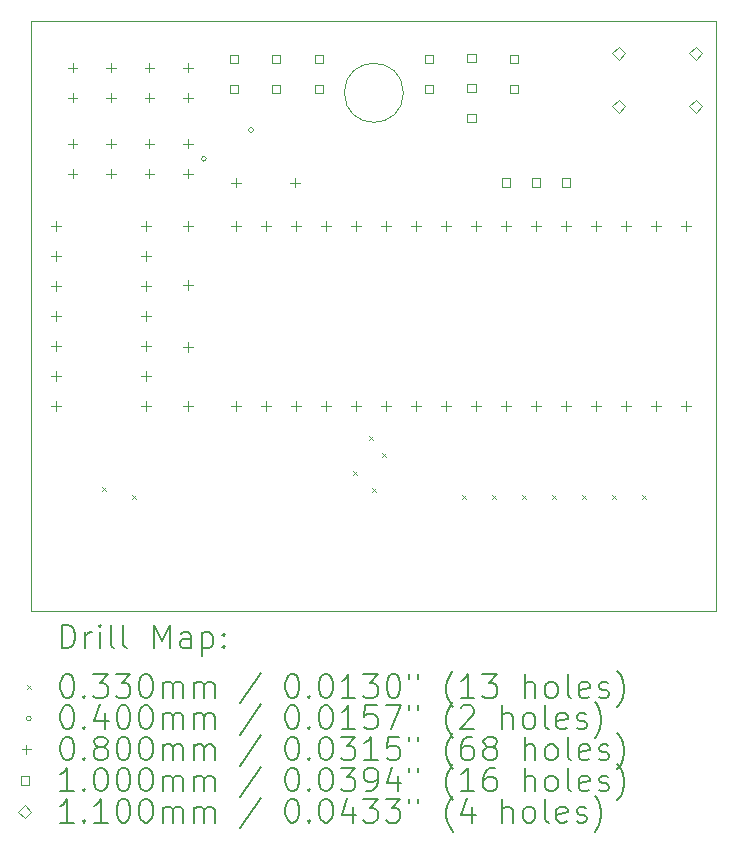
<source format=gbr>
%FSLAX45Y45*%
G04 Gerber Fmt 4.5, Leading zero omitted, Abs format (unit mm)*
G04 Created by KiCad (PCBNEW (6.0.1)) date 2022-03-03 11:39:04*
%MOMM*%
%LPD*%
G01*
G04 APERTURE LIST*
%TA.AperFunction,Profile*%
%ADD10C,0.038100*%
%TD*%
%TA.AperFunction,Profile*%
%ADD11C,0.050000*%
%TD*%
%ADD12C,0.200000*%
%ADD13C,0.033020*%
%ADD14C,0.040000*%
%ADD15C,0.080000*%
%ADD16C,0.100000*%
%ADD17C,0.110000*%
G04 APERTURE END LIST*
D10*
X11000000Y-5800000D02*
X16800000Y-5800000D01*
X16800000Y-5800000D02*
X16800000Y-10800000D01*
X16800000Y-10800000D02*
X11000000Y-10800000D01*
X11000000Y-10800000D02*
X11000000Y-5800000D01*
D11*
X14150000Y-6410000D02*
G75*
G03*
X14150000Y-6410000I-250000J0D01*
G01*
D12*
D13*
X11597490Y-9745594D02*
X11630510Y-9778614D01*
X11630510Y-9745594D02*
X11597490Y-9778614D01*
X11851490Y-9818490D02*
X11884510Y-9851510D01*
X11884510Y-9818490D02*
X11851490Y-9851510D01*
X13723490Y-9611271D02*
X13756510Y-9644291D01*
X13756510Y-9611271D02*
X13723490Y-9644291D01*
X13858990Y-9316557D02*
X13892010Y-9349577D01*
X13892010Y-9316557D02*
X13858990Y-9349577D01*
X13883490Y-9758628D02*
X13916510Y-9791648D01*
X13916510Y-9758628D02*
X13883490Y-9791648D01*
X13969780Y-9463914D02*
X14002800Y-9496934D01*
X14002800Y-9463914D02*
X13969780Y-9496934D01*
X14645490Y-9818490D02*
X14678510Y-9851510D01*
X14678510Y-9818490D02*
X14645490Y-9851510D01*
X14899490Y-9818490D02*
X14932510Y-9851510D01*
X14932510Y-9818490D02*
X14899490Y-9851510D01*
X15153490Y-9818490D02*
X15186510Y-9851510D01*
X15186510Y-9818490D02*
X15153490Y-9851510D01*
X15407490Y-9818490D02*
X15440510Y-9851510D01*
X15440510Y-9818490D02*
X15407490Y-9851510D01*
X15661490Y-9818490D02*
X15694510Y-9851510D01*
X15694510Y-9818490D02*
X15661490Y-9851510D01*
X15915490Y-9818490D02*
X15948510Y-9851510D01*
X15948510Y-9818490D02*
X15915490Y-9851510D01*
X16169490Y-9818490D02*
X16202510Y-9851510D01*
X16202510Y-9818490D02*
X16169490Y-9851510D01*
D14*
X12480525Y-6968750D02*
G75*
G03*
X12480525Y-6968750I-20000J0D01*
G01*
X12879500Y-6724567D02*
G75*
G03*
X12879500Y-6724567I-20000J0D01*
G01*
D15*
X11207500Y-7497500D02*
X11207500Y-7577500D01*
X11167500Y-7537500D02*
X11247500Y-7537500D01*
X11207500Y-7751500D02*
X11207500Y-7831500D01*
X11167500Y-7791500D02*
X11247500Y-7791500D01*
X11207500Y-8005500D02*
X11207500Y-8085500D01*
X11167500Y-8045500D02*
X11247500Y-8045500D01*
X11207500Y-8259500D02*
X11207500Y-8339500D01*
X11167500Y-8299500D02*
X11247500Y-8299500D01*
X11207500Y-8513500D02*
X11207500Y-8593500D01*
X11167500Y-8553500D02*
X11247500Y-8553500D01*
X11207500Y-8767500D02*
X11207500Y-8847500D01*
X11167500Y-8807500D02*
X11247500Y-8807500D01*
X11207500Y-9021500D02*
X11207500Y-9101500D01*
X11167500Y-9061500D02*
X11247500Y-9061500D01*
X11350000Y-6157000D02*
X11350000Y-6237000D01*
X11310000Y-6197000D02*
X11390000Y-6197000D01*
X11350000Y-6411000D02*
X11350000Y-6491000D01*
X11310000Y-6451000D02*
X11390000Y-6451000D01*
X11350000Y-6801750D02*
X11350000Y-6881750D01*
X11310000Y-6841750D02*
X11390000Y-6841750D01*
X11350000Y-7055750D02*
X11350000Y-7135750D01*
X11310000Y-7095750D02*
X11390000Y-7095750D01*
X11675000Y-6157000D02*
X11675000Y-6237000D01*
X11635000Y-6197000D02*
X11715000Y-6197000D01*
X11675000Y-6411000D02*
X11675000Y-6491000D01*
X11635000Y-6451000D02*
X11715000Y-6451000D01*
X11675000Y-6801750D02*
X11675000Y-6881750D01*
X11635000Y-6841750D02*
X11715000Y-6841750D01*
X11675000Y-7055750D02*
X11675000Y-7135750D01*
X11635000Y-7095750D02*
X11715000Y-7095750D01*
X11969500Y-7497500D02*
X11969500Y-7577500D01*
X11929500Y-7537500D02*
X12009500Y-7537500D01*
X11969500Y-7751500D02*
X11969500Y-7831500D01*
X11929500Y-7791500D02*
X12009500Y-7791500D01*
X11969500Y-8005500D02*
X11969500Y-8085500D01*
X11929500Y-8045500D02*
X12009500Y-8045500D01*
X11969500Y-8259500D02*
X11969500Y-8339500D01*
X11929500Y-8299500D02*
X12009500Y-8299500D01*
X11969500Y-8513500D02*
X11969500Y-8593500D01*
X11929500Y-8553500D02*
X12009500Y-8553500D01*
X11969500Y-8767500D02*
X11969500Y-8847500D01*
X11929500Y-8807500D02*
X12009500Y-8807500D01*
X11969500Y-9021500D02*
X11969500Y-9101500D01*
X11929500Y-9061500D02*
X12009500Y-9061500D01*
X12000000Y-6157000D02*
X12000000Y-6237000D01*
X11960000Y-6197000D02*
X12040000Y-6197000D01*
X12000000Y-6411000D02*
X12000000Y-6491000D01*
X11960000Y-6451000D02*
X12040000Y-6451000D01*
X12000000Y-6801750D02*
X12000000Y-6881750D01*
X11960000Y-6841750D02*
X12040000Y-6841750D01*
X12000000Y-7055750D02*
X12000000Y-7135750D01*
X11960000Y-7095750D02*
X12040000Y-7095750D01*
X12325000Y-6157000D02*
X12325000Y-6237000D01*
X12285000Y-6197000D02*
X12365000Y-6197000D01*
X12325000Y-6411000D02*
X12325000Y-6491000D01*
X12285000Y-6451000D02*
X12365000Y-6451000D01*
X12325000Y-6801750D02*
X12325000Y-6881750D01*
X12285000Y-6841750D02*
X12365000Y-6841750D01*
X12325000Y-7055750D02*
X12325000Y-7135750D01*
X12285000Y-7095750D02*
X12365000Y-7095750D01*
X12325000Y-7497500D02*
X12325000Y-7577500D01*
X12285000Y-7537500D02*
X12365000Y-7537500D01*
X12325000Y-7997500D02*
X12325000Y-8077500D01*
X12285000Y-8037500D02*
X12365000Y-8037500D01*
X12325000Y-8521500D02*
X12325000Y-8601500D01*
X12285000Y-8561500D02*
X12365000Y-8561500D01*
X12325000Y-9021500D02*
X12325000Y-9101500D01*
X12285000Y-9061500D02*
X12365000Y-9061500D01*
X12732500Y-7130750D02*
X12732500Y-7210750D01*
X12692500Y-7170750D02*
X12772500Y-7170750D01*
X12732500Y-7498500D02*
X12732500Y-7578500D01*
X12692500Y-7538500D02*
X12772500Y-7538500D01*
X12732500Y-9022500D02*
X12732500Y-9102500D01*
X12692500Y-9062500D02*
X12772500Y-9062500D01*
X12986500Y-7498500D02*
X12986500Y-7578500D01*
X12946500Y-7538500D02*
X13026500Y-7538500D01*
X12986500Y-9022500D02*
X12986500Y-9102500D01*
X12946500Y-9062500D02*
X13026500Y-9062500D01*
X13232500Y-7130750D02*
X13232500Y-7210750D01*
X13192500Y-7170750D02*
X13272500Y-7170750D01*
X13240500Y-7498500D02*
X13240500Y-7578500D01*
X13200500Y-7538500D02*
X13280500Y-7538500D01*
X13240500Y-9022500D02*
X13240500Y-9102500D01*
X13200500Y-9062500D02*
X13280500Y-9062500D01*
X13494500Y-7498500D02*
X13494500Y-7578500D01*
X13454500Y-7538500D02*
X13534500Y-7538500D01*
X13494500Y-9022500D02*
X13494500Y-9102500D01*
X13454500Y-9062500D02*
X13534500Y-9062500D01*
X13748500Y-7498500D02*
X13748500Y-7578500D01*
X13708500Y-7538500D02*
X13788500Y-7538500D01*
X13748500Y-9022500D02*
X13748500Y-9102500D01*
X13708500Y-9062500D02*
X13788500Y-9062500D01*
X14002500Y-7498500D02*
X14002500Y-7578500D01*
X13962500Y-7538500D02*
X14042500Y-7538500D01*
X14002500Y-9022500D02*
X14002500Y-9102500D01*
X13962500Y-9062500D02*
X14042500Y-9062500D01*
X14256500Y-7498500D02*
X14256500Y-7578500D01*
X14216500Y-7538500D02*
X14296500Y-7538500D01*
X14256500Y-9022500D02*
X14256500Y-9102500D01*
X14216500Y-9062500D02*
X14296500Y-9062500D01*
X14510500Y-7498500D02*
X14510500Y-7578500D01*
X14470500Y-7538500D02*
X14550500Y-7538500D01*
X14510500Y-9022500D02*
X14510500Y-9102500D01*
X14470500Y-9062500D02*
X14550500Y-9062500D01*
X14764500Y-7498500D02*
X14764500Y-7578500D01*
X14724500Y-7538500D02*
X14804500Y-7538500D01*
X14764500Y-9022500D02*
X14764500Y-9102500D01*
X14724500Y-9062500D02*
X14804500Y-9062500D01*
X15018500Y-7498500D02*
X15018500Y-7578500D01*
X14978500Y-7538500D02*
X15058500Y-7538500D01*
X15018500Y-9022500D02*
X15018500Y-9102500D01*
X14978500Y-9062500D02*
X15058500Y-9062500D01*
X15272500Y-7498500D02*
X15272500Y-7578500D01*
X15232500Y-7538500D02*
X15312500Y-7538500D01*
X15272500Y-9022500D02*
X15272500Y-9102500D01*
X15232500Y-9062500D02*
X15312500Y-9062500D01*
X15526500Y-7498500D02*
X15526500Y-7578500D01*
X15486500Y-7538500D02*
X15566500Y-7538500D01*
X15526500Y-9022500D02*
X15526500Y-9102500D01*
X15486500Y-9062500D02*
X15566500Y-9062500D01*
X15780500Y-7498500D02*
X15780500Y-7578500D01*
X15740500Y-7538500D02*
X15820500Y-7538500D01*
X15780500Y-9022500D02*
X15780500Y-9102500D01*
X15740500Y-9062500D02*
X15820500Y-9062500D01*
X16034500Y-7498500D02*
X16034500Y-7578500D01*
X15994500Y-7538500D02*
X16074500Y-7538500D01*
X16034500Y-9022500D02*
X16034500Y-9102500D01*
X15994500Y-9062500D02*
X16074500Y-9062500D01*
X16288500Y-7498500D02*
X16288500Y-7578500D01*
X16248500Y-7538500D02*
X16328500Y-7538500D01*
X16288500Y-9022500D02*
X16288500Y-9102500D01*
X16248500Y-9062500D02*
X16328500Y-9062500D01*
X16542500Y-7498500D02*
X16542500Y-7578500D01*
X16502500Y-7538500D02*
X16582500Y-7538500D01*
X16542500Y-9022500D02*
X16542500Y-9102500D01*
X16502500Y-9062500D02*
X16582500Y-9062500D01*
D16*
X12749106Y-6157356D02*
X12749106Y-6086644D01*
X12678394Y-6086644D01*
X12678394Y-6157356D01*
X12749106Y-6157356D01*
X12749106Y-6411356D02*
X12749106Y-6340644D01*
X12678394Y-6340644D01*
X12678394Y-6411356D01*
X12749106Y-6411356D01*
X13109106Y-6157356D02*
X13109106Y-6086644D01*
X13038394Y-6086644D01*
X13038394Y-6157356D01*
X13109106Y-6157356D01*
X13109106Y-6411356D02*
X13109106Y-6340644D01*
X13038394Y-6340644D01*
X13038394Y-6411356D01*
X13109106Y-6411356D01*
X13469106Y-6157356D02*
X13469106Y-6086644D01*
X13398394Y-6086644D01*
X13398394Y-6157356D01*
X13469106Y-6157356D01*
X13469106Y-6411356D02*
X13469106Y-6340644D01*
X13398394Y-6340644D01*
X13398394Y-6411356D01*
X13469106Y-6411356D01*
X14401606Y-6157356D02*
X14401606Y-6086644D01*
X14330894Y-6086644D01*
X14330894Y-6157356D01*
X14401606Y-6157356D01*
X14401606Y-6411356D02*
X14401606Y-6340644D01*
X14330894Y-6340644D01*
X14330894Y-6411356D01*
X14401606Y-6411356D01*
X14761606Y-6153356D02*
X14761606Y-6082644D01*
X14690894Y-6082644D01*
X14690894Y-6153356D01*
X14761606Y-6153356D01*
X14761606Y-6407356D02*
X14761606Y-6336644D01*
X14690894Y-6336644D01*
X14690894Y-6407356D01*
X14761606Y-6407356D01*
X14761606Y-6661356D02*
X14761606Y-6590644D01*
X14690894Y-6590644D01*
X14690894Y-6661356D01*
X14761606Y-6661356D01*
X15053856Y-7206106D02*
X15053856Y-7135394D01*
X14983144Y-7135394D01*
X14983144Y-7206106D01*
X15053856Y-7206106D01*
X15121606Y-6157356D02*
X15121606Y-6086644D01*
X15050894Y-6086644D01*
X15050894Y-6157356D01*
X15121606Y-6157356D01*
X15121606Y-6411356D02*
X15121606Y-6340644D01*
X15050894Y-6340644D01*
X15050894Y-6411356D01*
X15121606Y-6411356D01*
X15307856Y-7206106D02*
X15307856Y-7135394D01*
X15237144Y-7135394D01*
X15237144Y-7206106D01*
X15307856Y-7206106D01*
X15561856Y-7206106D02*
X15561856Y-7135394D01*
X15491144Y-7135394D01*
X15491144Y-7206106D01*
X15561856Y-7206106D01*
D17*
X15975000Y-6130000D02*
X16030000Y-6075000D01*
X15975000Y-6020000D01*
X15920000Y-6075000D01*
X15975000Y-6130000D01*
X15975000Y-6580000D02*
X16030000Y-6525000D01*
X15975000Y-6470000D01*
X15920000Y-6525000D01*
X15975000Y-6580000D01*
X16625000Y-6130000D02*
X16680000Y-6075000D01*
X16625000Y-6020000D01*
X16570000Y-6075000D01*
X16625000Y-6130000D01*
X16625000Y-6580000D02*
X16680000Y-6525000D01*
X16625000Y-6470000D01*
X16570000Y-6525000D01*
X16625000Y-6580000D01*
D12*
X11255714Y-11112381D02*
X11255714Y-10912381D01*
X11303333Y-10912381D01*
X11331904Y-10921905D01*
X11350952Y-10940953D01*
X11360476Y-10960000D01*
X11370000Y-10998095D01*
X11370000Y-11026667D01*
X11360476Y-11064762D01*
X11350952Y-11083810D01*
X11331904Y-11102857D01*
X11303333Y-11112381D01*
X11255714Y-11112381D01*
X11455714Y-11112381D02*
X11455714Y-10979048D01*
X11455714Y-11017143D02*
X11465238Y-10998095D01*
X11474762Y-10988572D01*
X11493809Y-10979048D01*
X11512857Y-10979048D01*
X11579523Y-11112381D02*
X11579523Y-10979048D01*
X11579523Y-10912381D02*
X11570000Y-10921905D01*
X11579523Y-10931429D01*
X11589047Y-10921905D01*
X11579523Y-10912381D01*
X11579523Y-10931429D01*
X11703333Y-11112381D02*
X11684285Y-11102857D01*
X11674762Y-11083810D01*
X11674762Y-10912381D01*
X11808095Y-11112381D02*
X11789047Y-11102857D01*
X11779523Y-11083810D01*
X11779523Y-10912381D01*
X12036666Y-11112381D02*
X12036666Y-10912381D01*
X12103333Y-11055238D01*
X12170000Y-10912381D01*
X12170000Y-11112381D01*
X12350952Y-11112381D02*
X12350952Y-11007619D01*
X12341428Y-10988572D01*
X12322381Y-10979048D01*
X12284285Y-10979048D01*
X12265238Y-10988572D01*
X12350952Y-11102857D02*
X12331904Y-11112381D01*
X12284285Y-11112381D01*
X12265238Y-11102857D01*
X12255714Y-11083810D01*
X12255714Y-11064762D01*
X12265238Y-11045715D01*
X12284285Y-11036191D01*
X12331904Y-11036191D01*
X12350952Y-11026667D01*
X12446190Y-10979048D02*
X12446190Y-11179048D01*
X12446190Y-10988572D02*
X12465238Y-10979048D01*
X12503333Y-10979048D01*
X12522381Y-10988572D01*
X12531904Y-10998095D01*
X12541428Y-11017143D01*
X12541428Y-11074286D01*
X12531904Y-11093334D01*
X12522381Y-11102857D01*
X12503333Y-11112381D01*
X12465238Y-11112381D01*
X12446190Y-11102857D01*
X12627143Y-11093334D02*
X12636666Y-11102857D01*
X12627143Y-11112381D01*
X12617619Y-11102857D01*
X12627143Y-11093334D01*
X12627143Y-11112381D01*
X12627143Y-10988572D02*
X12636666Y-10998095D01*
X12627143Y-11007619D01*
X12617619Y-10998095D01*
X12627143Y-10988572D01*
X12627143Y-11007619D01*
D13*
X10965075Y-11425395D02*
X10998095Y-11458415D01*
X10998095Y-11425395D02*
X10965075Y-11458415D01*
D12*
X11293809Y-11332381D02*
X11312857Y-11332381D01*
X11331904Y-11341905D01*
X11341428Y-11351429D01*
X11350952Y-11370476D01*
X11360476Y-11408572D01*
X11360476Y-11456191D01*
X11350952Y-11494286D01*
X11341428Y-11513333D01*
X11331904Y-11522857D01*
X11312857Y-11532381D01*
X11293809Y-11532381D01*
X11274762Y-11522857D01*
X11265238Y-11513333D01*
X11255714Y-11494286D01*
X11246190Y-11456191D01*
X11246190Y-11408572D01*
X11255714Y-11370476D01*
X11265238Y-11351429D01*
X11274762Y-11341905D01*
X11293809Y-11332381D01*
X11446190Y-11513333D02*
X11455714Y-11522857D01*
X11446190Y-11532381D01*
X11436666Y-11522857D01*
X11446190Y-11513333D01*
X11446190Y-11532381D01*
X11522381Y-11332381D02*
X11646190Y-11332381D01*
X11579523Y-11408572D01*
X11608095Y-11408572D01*
X11627143Y-11418095D01*
X11636666Y-11427619D01*
X11646190Y-11446667D01*
X11646190Y-11494286D01*
X11636666Y-11513333D01*
X11627143Y-11522857D01*
X11608095Y-11532381D01*
X11550952Y-11532381D01*
X11531904Y-11522857D01*
X11522381Y-11513333D01*
X11712857Y-11332381D02*
X11836666Y-11332381D01*
X11770000Y-11408572D01*
X11798571Y-11408572D01*
X11817619Y-11418095D01*
X11827143Y-11427619D01*
X11836666Y-11446667D01*
X11836666Y-11494286D01*
X11827143Y-11513333D01*
X11817619Y-11522857D01*
X11798571Y-11532381D01*
X11741428Y-11532381D01*
X11722381Y-11522857D01*
X11712857Y-11513333D01*
X11960476Y-11332381D02*
X11979523Y-11332381D01*
X11998571Y-11341905D01*
X12008095Y-11351429D01*
X12017619Y-11370476D01*
X12027143Y-11408572D01*
X12027143Y-11456191D01*
X12017619Y-11494286D01*
X12008095Y-11513333D01*
X11998571Y-11522857D01*
X11979523Y-11532381D01*
X11960476Y-11532381D01*
X11941428Y-11522857D01*
X11931904Y-11513333D01*
X11922381Y-11494286D01*
X11912857Y-11456191D01*
X11912857Y-11408572D01*
X11922381Y-11370476D01*
X11931904Y-11351429D01*
X11941428Y-11341905D01*
X11960476Y-11332381D01*
X12112857Y-11532381D02*
X12112857Y-11399048D01*
X12112857Y-11418095D02*
X12122381Y-11408572D01*
X12141428Y-11399048D01*
X12170000Y-11399048D01*
X12189047Y-11408572D01*
X12198571Y-11427619D01*
X12198571Y-11532381D01*
X12198571Y-11427619D02*
X12208095Y-11408572D01*
X12227143Y-11399048D01*
X12255714Y-11399048D01*
X12274762Y-11408572D01*
X12284285Y-11427619D01*
X12284285Y-11532381D01*
X12379523Y-11532381D02*
X12379523Y-11399048D01*
X12379523Y-11418095D02*
X12389047Y-11408572D01*
X12408095Y-11399048D01*
X12436666Y-11399048D01*
X12455714Y-11408572D01*
X12465238Y-11427619D01*
X12465238Y-11532381D01*
X12465238Y-11427619D02*
X12474762Y-11408572D01*
X12493809Y-11399048D01*
X12522381Y-11399048D01*
X12541428Y-11408572D01*
X12550952Y-11427619D01*
X12550952Y-11532381D01*
X12941428Y-11322857D02*
X12770000Y-11580000D01*
X13198571Y-11332381D02*
X13217619Y-11332381D01*
X13236666Y-11341905D01*
X13246190Y-11351429D01*
X13255714Y-11370476D01*
X13265238Y-11408572D01*
X13265238Y-11456191D01*
X13255714Y-11494286D01*
X13246190Y-11513333D01*
X13236666Y-11522857D01*
X13217619Y-11532381D01*
X13198571Y-11532381D01*
X13179523Y-11522857D01*
X13170000Y-11513333D01*
X13160476Y-11494286D01*
X13150952Y-11456191D01*
X13150952Y-11408572D01*
X13160476Y-11370476D01*
X13170000Y-11351429D01*
X13179523Y-11341905D01*
X13198571Y-11332381D01*
X13350952Y-11513333D02*
X13360476Y-11522857D01*
X13350952Y-11532381D01*
X13341428Y-11522857D01*
X13350952Y-11513333D01*
X13350952Y-11532381D01*
X13484285Y-11332381D02*
X13503333Y-11332381D01*
X13522381Y-11341905D01*
X13531904Y-11351429D01*
X13541428Y-11370476D01*
X13550952Y-11408572D01*
X13550952Y-11456191D01*
X13541428Y-11494286D01*
X13531904Y-11513333D01*
X13522381Y-11522857D01*
X13503333Y-11532381D01*
X13484285Y-11532381D01*
X13465238Y-11522857D01*
X13455714Y-11513333D01*
X13446190Y-11494286D01*
X13436666Y-11456191D01*
X13436666Y-11408572D01*
X13446190Y-11370476D01*
X13455714Y-11351429D01*
X13465238Y-11341905D01*
X13484285Y-11332381D01*
X13741428Y-11532381D02*
X13627143Y-11532381D01*
X13684285Y-11532381D02*
X13684285Y-11332381D01*
X13665238Y-11360953D01*
X13646190Y-11380000D01*
X13627143Y-11389524D01*
X13808095Y-11332381D02*
X13931904Y-11332381D01*
X13865238Y-11408572D01*
X13893809Y-11408572D01*
X13912857Y-11418095D01*
X13922381Y-11427619D01*
X13931904Y-11446667D01*
X13931904Y-11494286D01*
X13922381Y-11513333D01*
X13912857Y-11522857D01*
X13893809Y-11532381D01*
X13836666Y-11532381D01*
X13817619Y-11522857D01*
X13808095Y-11513333D01*
X14055714Y-11332381D02*
X14074762Y-11332381D01*
X14093809Y-11341905D01*
X14103333Y-11351429D01*
X14112857Y-11370476D01*
X14122381Y-11408572D01*
X14122381Y-11456191D01*
X14112857Y-11494286D01*
X14103333Y-11513333D01*
X14093809Y-11522857D01*
X14074762Y-11532381D01*
X14055714Y-11532381D01*
X14036666Y-11522857D01*
X14027143Y-11513333D01*
X14017619Y-11494286D01*
X14008095Y-11456191D01*
X14008095Y-11408572D01*
X14017619Y-11370476D01*
X14027143Y-11351429D01*
X14036666Y-11341905D01*
X14055714Y-11332381D01*
X14198571Y-11332381D02*
X14198571Y-11370476D01*
X14274762Y-11332381D02*
X14274762Y-11370476D01*
X14570000Y-11608572D02*
X14560476Y-11599048D01*
X14541428Y-11570476D01*
X14531904Y-11551429D01*
X14522381Y-11522857D01*
X14512857Y-11475238D01*
X14512857Y-11437143D01*
X14522381Y-11389524D01*
X14531904Y-11360953D01*
X14541428Y-11341905D01*
X14560476Y-11313333D01*
X14570000Y-11303810D01*
X14750952Y-11532381D02*
X14636666Y-11532381D01*
X14693809Y-11532381D02*
X14693809Y-11332381D01*
X14674762Y-11360953D01*
X14655714Y-11380000D01*
X14636666Y-11389524D01*
X14817619Y-11332381D02*
X14941428Y-11332381D01*
X14874762Y-11408572D01*
X14903333Y-11408572D01*
X14922381Y-11418095D01*
X14931904Y-11427619D01*
X14941428Y-11446667D01*
X14941428Y-11494286D01*
X14931904Y-11513333D01*
X14922381Y-11522857D01*
X14903333Y-11532381D01*
X14846190Y-11532381D01*
X14827143Y-11522857D01*
X14817619Y-11513333D01*
X15179523Y-11532381D02*
X15179523Y-11332381D01*
X15265238Y-11532381D02*
X15265238Y-11427619D01*
X15255714Y-11408572D01*
X15236666Y-11399048D01*
X15208095Y-11399048D01*
X15189047Y-11408572D01*
X15179523Y-11418095D01*
X15389047Y-11532381D02*
X15370000Y-11522857D01*
X15360476Y-11513333D01*
X15350952Y-11494286D01*
X15350952Y-11437143D01*
X15360476Y-11418095D01*
X15370000Y-11408572D01*
X15389047Y-11399048D01*
X15417619Y-11399048D01*
X15436666Y-11408572D01*
X15446190Y-11418095D01*
X15455714Y-11437143D01*
X15455714Y-11494286D01*
X15446190Y-11513333D01*
X15436666Y-11522857D01*
X15417619Y-11532381D01*
X15389047Y-11532381D01*
X15570000Y-11532381D02*
X15550952Y-11522857D01*
X15541428Y-11503810D01*
X15541428Y-11332381D01*
X15722381Y-11522857D02*
X15703333Y-11532381D01*
X15665238Y-11532381D01*
X15646190Y-11522857D01*
X15636666Y-11503810D01*
X15636666Y-11427619D01*
X15646190Y-11408572D01*
X15665238Y-11399048D01*
X15703333Y-11399048D01*
X15722381Y-11408572D01*
X15731904Y-11427619D01*
X15731904Y-11446667D01*
X15636666Y-11465714D01*
X15808095Y-11522857D02*
X15827143Y-11532381D01*
X15865238Y-11532381D01*
X15884285Y-11522857D01*
X15893809Y-11503810D01*
X15893809Y-11494286D01*
X15884285Y-11475238D01*
X15865238Y-11465714D01*
X15836666Y-11465714D01*
X15817619Y-11456191D01*
X15808095Y-11437143D01*
X15808095Y-11427619D01*
X15817619Y-11408572D01*
X15836666Y-11399048D01*
X15865238Y-11399048D01*
X15884285Y-11408572D01*
X15960476Y-11608572D02*
X15970000Y-11599048D01*
X15989047Y-11570476D01*
X15998571Y-11551429D01*
X16008095Y-11522857D01*
X16017619Y-11475238D01*
X16017619Y-11437143D01*
X16008095Y-11389524D01*
X15998571Y-11360953D01*
X15989047Y-11341905D01*
X15970000Y-11313333D01*
X15960476Y-11303810D01*
D14*
X10998095Y-11705905D02*
G75*
G03*
X10998095Y-11705905I-20000J0D01*
G01*
D12*
X11293809Y-11596381D02*
X11312857Y-11596381D01*
X11331904Y-11605905D01*
X11341428Y-11615429D01*
X11350952Y-11634476D01*
X11360476Y-11672572D01*
X11360476Y-11720191D01*
X11350952Y-11758286D01*
X11341428Y-11777333D01*
X11331904Y-11786857D01*
X11312857Y-11796381D01*
X11293809Y-11796381D01*
X11274762Y-11786857D01*
X11265238Y-11777333D01*
X11255714Y-11758286D01*
X11246190Y-11720191D01*
X11246190Y-11672572D01*
X11255714Y-11634476D01*
X11265238Y-11615429D01*
X11274762Y-11605905D01*
X11293809Y-11596381D01*
X11446190Y-11777333D02*
X11455714Y-11786857D01*
X11446190Y-11796381D01*
X11436666Y-11786857D01*
X11446190Y-11777333D01*
X11446190Y-11796381D01*
X11627143Y-11663048D02*
X11627143Y-11796381D01*
X11579523Y-11586857D02*
X11531904Y-11729714D01*
X11655714Y-11729714D01*
X11770000Y-11596381D02*
X11789047Y-11596381D01*
X11808095Y-11605905D01*
X11817619Y-11615429D01*
X11827143Y-11634476D01*
X11836666Y-11672572D01*
X11836666Y-11720191D01*
X11827143Y-11758286D01*
X11817619Y-11777333D01*
X11808095Y-11786857D01*
X11789047Y-11796381D01*
X11770000Y-11796381D01*
X11750952Y-11786857D01*
X11741428Y-11777333D01*
X11731904Y-11758286D01*
X11722381Y-11720191D01*
X11722381Y-11672572D01*
X11731904Y-11634476D01*
X11741428Y-11615429D01*
X11750952Y-11605905D01*
X11770000Y-11596381D01*
X11960476Y-11596381D02*
X11979523Y-11596381D01*
X11998571Y-11605905D01*
X12008095Y-11615429D01*
X12017619Y-11634476D01*
X12027143Y-11672572D01*
X12027143Y-11720191D01*
X12017619Y-11758286D01*
X12008095Y-11777333D01*
X11998571Y-11786857D01*
X11979523Y-11796381D01*
X11960476Y-11796381D01*
X11941428Y-11786857D01*
X11931904Y-11777333D01*
X11922381Y-11758286D01*
X11912857Y-11720191D01*
X11912857Y-11672572D01*
X11922381Y-11634476D01*
X11931904Y-11615429D01*
X11941428Y-11605905D01*
X11960476Y-11596381D01*
X12112857Y-11796381D02*
X12112857Y-11663048D01*
X12112857Y-11682095D02*
X12122381Y-11672572D01*
X12141428Y-11663048D01*
X12170000Y-11663048D01*
X12189047Y-11672572D01*
X12198571Y-11691619D01*
X12198571Y-11796381D01*
X12198571Y-11691619D02*
X12208095Y-11672572D01*
X12227143Y-11663048D01*
X12255714Y-11663048D01*
X12274762Y-11672572D01*
X12284285Y-11691619D01*
X12284285Y-11796381D01*
X12379523Y-11796381D02*
X12379523Y-11663048D01*
X12379523Y-11682095D02*
X12389047Y-11672572D01*
X12408095Y-11663048D01*
X12436666Y-11663048D01*
X12455714Y-11672572D01*
X12465238Y-11691619D01*
X12465238Y-11796381D01*
X12465238Y-11691619D02*
X12474762Y-11672572D01*
X12493809Y-11663048D01*
X12522381Y-11663048D01*
X12541428Y-11672572D01*
X12550952Y-11691619D01*
X12550952Y-11796381D01*
X12941428Y-11586857D02*
X12770000Y-11844000D01*
X13198571Y-11596381D02*
X13217619Y-11596381D01*
X13236666Y-11605905D01*
X13246190Y-11615429D01*
X13255714Y-11634476D01*
X13265238Y-11672572D01*
X13265238Y-11720191D01*
X13255714Y-11758286D01*
X13246190Y-11777333D01*
X13236666Y-11786857D01*
X13217619Y-11796381D01*
X13198571Y-11796381D01*
X13179523Y-11786857D01*
X13170000Y-11777333D01*
X13160476Y-11758286D01*
X13150952Y-11720191D01*
X13150952Y-11672572D01*
X13160476Y-11634476D01*
X13170000Y-11615429D01*
X13179523Y-11605905D01*
X13198571Y-11596381D01*
X13350952Y-11777333D02*
X13360476Y-11786857D01*
X13350952Y-11796381D01*
X13341428Y-11786857D01*
X13350952Y-11777333D01*
X13350952Y-11796381D01*
X13484285Y-11596381D02*
X13503333Y-11596381D01*
X13522381Y-11605905D01*
X13531904Y-11615429D01*
X13541428Y-11634476D01*
X13550952Y-11672572D01*
X13550952Y-11720191D01*
X13541428Y-11758286D01*
X13531904Y-11777333D01*
X13522381Y-11786857D01*
X13503333Y-11796381D01*
X13484285Y-11796381D01*
X13465238Y-11786857D01*
X13455714Y-11777333D01*
X13446190Y-11758286D01*
X13436666Y-11720191D01*
X13436666Y-11672572D01*
X13446190Y-11634476D01*
X13455714Y-11615429D01*
X13465238Y-11605905D01*
X13484285Y-11596381D01*
X13741428Y-11796381D02*
X13627143Y-11796381D01*
X13684285Y-11796381D02*
X13684285Y-11596381D01*
X13665238Y-11624953D01*
X13646190Y-11644000D01*
X13627143Y-11653524D01*
X13922381Y-11596381D02*
X13827143Y-11596381D01*
X13817619Y-11691619D01*
X13827143Y-11682095D01*
X13846190Y-11672572D01*
X13893809Y-11672572D01*
X13912857Y-11682095D01*
X13922381Y-11691619D01*
X13931904Y-11710667D01*
X13931904Y-11758286D01*
X13922381Y-11777333D01*
X13912857Y-11786857D01*
X13893809Y-11796381D01*
X13846190Y-11796381D01*
X13827143Y-11786857D01*
X13817619Y-11777333D01*
X13998571Y-11596381D02*
X14131904Y-11596381D01*
X14046190Y-11796381D01*
X14198571Y-11596381D02*
X14198571Y-11634476D01*
X14274762Y-11596381D02*
X14274762Y-11634476D01*
X14570000Y-11872572D02*
X14560476Y-11863048D01*
X14541428Y-11834476D01*
X14531904Y-11815429D01*
X14522381Y-11786857D01*
X14512857Y-11739238D01*
X14512857Y-11701143D01*
X14522381Y-11653524D01*
X14531904Y-11624953D01*
X14541428Y-11605905D01*
X14560476Y-11577333D01*
X14570000Y-11567810D01*
X14636666Y-11615429D02*
X14646190Y-11605905D01*
X14665238Y-11596381D01*
X14712857Y-11596381D01*
X14731904Y-11605905D01*
X14741428Y-11615429D01*
X14750952Y-11634476D01*
X14750952Y-11653524D01*
X14741428Y-11682095D01*
X14627143Y-11796381D01*
X14750952Y-11796381D01*
X14989047Y-11796381D02*
X14989047Y-11596381D01*
X15074762Y-11796381D02*
X15074762Y-11691619D01*
X15065238Y-11672572D01*
X15046190Y-11663048D01*
X15017619Y-11663048D01*
X14998571Y-11672572D01*
X14989047Y-11682095D01*
X15198571Y-11796381D02*
X15179523Y-11786857D01*
X15170000Y-11777333D01*
X15160476Y-11758286D01*
X15160476Y-11701143D01*
X15170000Y-11682095D01*
X15179523Y-11672572D01*
X15198571Y-11663048D01*
X15227143Y-11663048D01*
X15246190Y-11672572D01*
X15255714Y-11682095D01*
X15265238Y-11701143D01*
X15265238Y-11758286D01*
X15255714Y-11777333D01*
X15246190Y-11786857D01*
X15227143Y-11796381D01*
X15198571Y-11796381D01*
X15379523Y-11796381D02*
X15360476Y-11786857D01*
X15350952Y-11767810D01*
X15350952Y-11596381D01*
X15531904Y-11786857D02*
X15512857Y-11796381D01*
X15474762Y-11796381D01*
X15455714Y-11786857D01*
X15446190Y-11767810D01*
X15446190Y-11691619D01*
X15455714Y-11672572D01*
X15474762Y-11663048D01*
X15512857Y-11663048D01*
X15531904Y-11672572D01*
X15541428Y-11691619D01*
X15541428Y-11710667D01*
X15446190Y-11729714D01*
X15617619Y-11786857D02*
X15636666Y-11796381D01*
X15674762Y-11796381D01*
X15693809Y-11786857D01*
X15703333Y-11767810D01*
X15703333Y-11758286D01*
X15693809Y-11739238D01*
X15674762Y-11729714D01*
X15646190Y-11729714D01*
X15627143Y-11720191D01*
X15617619Y-11701143D01*
X15617619Y-11691619D01*
X15627143Y-11672572D01*
X15646190Y-11663048D01*
X15674762Y-11663048D01*
X15693809Y-11672572D01*
X15770000Y-11872572D02*
X15779523Y-11863048D01*
X15798571Y-11834476D01*
X15808095Y-11815429D01*
X15817619Y-11786857D01*
X15827143Y-11739238D01*
X15827143Y-11701143D01*
X15817619Y-11653524D01*
X15808095Y-11624953D01*
X15798571Y-11605905D01*
X15779523Y-11577333D01*
X15770000Y-11567810D01*
D15*
X10958095Y-11929905D02*
X10958095Y-12009905D01*
X10918095Y-11969905D02*
X10998095Y-11969905D01*
D12*
X11293809Y-11860381D02*
X11312857Y-11860381D01*
X11331904Y-11869905D01*
X11341428Y-11879429D01*
X11350952Y-11898476D01*
X11360476Y-11936572D01*
X11360476Y-11984191D01*
X11350952Y-12022286D01*
X11341428Y-12041333D01*
X11331904Y-12050857D01*
X11312857Y-12060381D01*
X11293809Y-12060381D01*
X11274762Y-12050857D01*
X11265238Y-12041333D01*
X11255714Y-12022286D01*
X11246190Y-11984191D01*
X11246190Y-11936572D01*
X11255714Y-11898476D01*
X11265238Y-11879429D01*
X11274762Y-11869905D01*
X11293809Y-11860381D01*
X11446190Y-12041333D02*
X11455714Y-12050857D01*
X11446190Y-12060381D01*
X11436666Y-12050857D01*
X11446190Y-12041333D01*
X11446190Y-12060381D01*
X11570000Y-11946095D02*
X11550952Y-11936572D01*
X11541428Y-11927048D01*
X11531904Y-11908000D01*
X11531904Y-11898476D01*
X11541428Y-11879429D01*
X11550952Y-11869905D01*
X11570000Y-11860381D01*
X11608095Y-11860381D01*
X11627143Y-11869905D01*
X11636666Y-11879429D01*
X11646190Y-11898476D01*
X11646190Y-11908000D01*
X11636666Y-11927048D01*
X11627143Y-11936572D01*
X11608095Y-11946095D01*
X11570000Y-11946095D01*
X11550952Y-11955619D01*
X11541428Y-11965143D01*
X11531904Y-11984191D01*
X11531904Y-12022286D01*
X11541428Y-12041333D01*
X11550952Y-12050857D01*
X11570000Y-12060381D01*
X11608095Y-12060381D01*
X11627143Y-12050857D01*
X11636666Y-12041333D01*
X11646190Y-12022286D01*
X11646190Y-11984191D01*
X11636666Y-11965143D01*
X11627143Y-11955619D01*
X11608095Y-11946095D01*
X11770000Y-11860381D02*
X11789047Y-11860381D01*
X11808095Y-11869905D01*
X11817619Y-11879429D01*
X11827143Y-11898476D01*
X11836666Y-11936572D01*
X11836666Y-11984191D01*
X11827143Y-12022286D01*
X11817619Y-12041333D01*
X11808095Y-12050857D01*
X11789047Y-12060381D01*
X11770000Y-12060381D01*
X11750952Y-12050857D01*
X11741428Y-12041333D01*
X11731904Y-12022286D01*
X11722381Y-11984191D01*
X11722381Y-11936572D01*
X11731904Y-11898476D01*
X11741428Y-11879429D01*
X11750952Y-11869905D01*
X11770000Y-11860381D01*
X11960476Y-11860381D02*
X11979523Y-11860381D01*
X11998571Y-11869905D01*
X12008095Y-11879429D01*
X12017619Y-11898476D01*
X12027143Y-11936572D01*
X12027143Y-11984191D01*
X12017619Y-12022286D01*
X12008095Y-12041333D01*
X11998571Y-12050857D01*
X11979523Y-12060381D01*
X11960476Y-12060381D01*
X11941428Y-12050857D01*
X11931904Y-12041333D01*
X11922381Y-12022286D01*
X11912857Y-11984191D01*
X11912857Y-11936572D01*
X11922381Y-11898476D01*
X11931904Y-11879429D01*
X11941428Y-11869905D01*
X11960476Y-11860381D01*
X12112857Y-12060381D02*
X12112857Y-11927048D01*
X12112857Y-11946095D02*
X12122381Y-11936572D01*
X12141428Y-11927048D01*
X12170000Y-11927048D01*
X12189047Y-11936572D01*
X12198571Y-11955619D01*
X12198571Y-12060381D01*
X12198571Y-11955619D02*
X12208095Y-11936572D01*
X12227143Y-11927048D01*
X12255714Y-11927048D01*
X12274762Y-11936572D01*
X12284285Y-11955619D01*
X12284285Y-12060381D01*
X12379523Y-12060381D02*
X12379523Y-11927048D01*
X12379523Y-11946095D02*
X12389047Y-11936572D01*
X12408095Y-11927048D01*
X12436666Y-11927048D01*
X12455714Y-11936572D01*
X12465238Y-11955619D01*
X12465238Y-12060381D01*
X12465238Y-11955619D02*
X12474762Y-11936572D01*
X12493809Y-11927048D01*
X12522381Y-11927048D01*
X12541428Y-11936572D01*
X12550952Y-11955619D01*
X12550952Y-12060381D01*
X12941428Y-11850857D02*
X12770000Y-12108000D01*
X13198571Y-11860381D02*
X13217619Y-11860381D01*
X13236666Y-11869905D01*
X13246190Y-11879429D01*
X13255714Y-11898476D01*
X13265238Y-11936572D01*
X13265238Y-11984191D01*
X13255714Y-12022286D01*
X13246190Y-12041333D01*
X13236666Y-12050857D01*
X13217619Y-12060381D01*
X13198571Y-12060381D01*
X13179523Y-12050857D01*
X13170000Y-12041333D01*
X13160476Y-12022286D01*
X13150952Y-11984191D01*
X13150952Y-11936572D01*
X13160476Y-11898476D01*
X13170000Y-11879429D01*
X13179523Y-11869905D01*
X13198571Y-11860381D01*
X13350952Y-12041333D02*
X13360476Y-12050857D01*
X13350952Y-12060381D01*
X13341428Y-12050857D01*
X13350952Y-12041333D01*
X13350952Y-12060381D01*
X13484285Y-11860381D02*
X13503333Y-11860381D01*
X13522381Y-11869905D01*
X13531904Y-11879429D01*
X13541428Y-11898476D01*
X13550952Y-11936572D01*
X13550952Y-11984191D01*
X13541428Y-12022286D01*
X13531904Y-12041333D01*
X13522381Y-12050857D01*
X13503333Y-12060381D01*
X13484285Y-12060381D01*
X13465238Y-12050857D01*
X13455714Y-12041333D01*
X13446190Y-12022286D01*
X13436666Y-11984191D01*
X13436666Y-11936572D01*
X13446190Y-11898476D01*
X13455714Y-11879429D01*
X13465238Y-11869905D01*
X13484285Y-11860381D01*
X13617619Y-11860381D02*
X13741428Y-11860381D01*
X13674762Y-11936572D01*
X13703333Y-11936572D01*
X13722381Y-11946095D01*
X13731904Y-11955619D01*
X13741428Y-11974667D01*
X13741428Y-12022286D01*
X13731904Y-12041333D01*
X13722381Y-12050857D01*
X13703333Y-12060381D01*
X13646190Y-12060381D01*
X13627143Y-12050857D01*
X13617619Y-12041333D01*
X13931904Y-12060381D02*
X13817619Y-12060381D01*
X13874762Y-12060381D02*
X13874762Y-11860381D01*
X13855714Y-11888953D01*
X13836666Y-11908000D01*
X13817619Y-11917524D01*
X14112857Y-11860381D02*
X14017619Y-11860381D01*
X14008095Y-11955619D01*
X14017619Y-11946095D01*
X14036666Y-11936572D01*
X14084285Y-11936572D01*
X14103333Y-11946095D01*
X14112857Y-11955619D01*
X14122381Y-11974667D01*
X14122381Y-12022286D01*
X14112857Y-12041333D01*
X14103333Y-12050857D01*
X14084285Y-12060381D01*
X14036666Y-12060381D01*
X14017619Y-12050857D01*
X14008095Y-12041333D01*
X14198571Y-11860381D02*
X14198571Y-11898476D01*
X14274762Y-11860381D02*
X14274762Y-11898476D01*
X14570000Y-12136572D02*
X14560476Y-12127048D01*
X14541428Y-12098476D01*
X14531904Y-12079429D01*
X14522381Y-12050857D01*
X14512857Y-12003238D01*
X14512857Y-11965143D01*
X14522381Y-11917524D01*
X14531904Y-11888953D01*
X14541428Y-11869905D01*
X14560476Y-11841333D01*
X14570000Y-11831810D01*
X14731904Y-11860381D02*
X14693809Y-11860381D01*
X14674762Y-11869905D01*
X14665238Y-11879429D01*
X14646190Y-11908000D01*
X14636666Y-11946095D01*
X14636666Y-12022286D01*
X14646190Y-12041333D01*
X14655714Y-12050857D01*
X14674762Y-12060381D01*
X14712857Y-12060381D01*
X14731904Y-12050857D01*
X14741428Y-12041333D01*
X14750952Y-12022286D01*
X14750952Y-11974667D01*
X14741428Y-11955619D01*
X14731904Y-11946095D01*
X14712857Y-11936572D01*
X14674762Y-11936572D01*
X14655714Y-11946095D01*
X14646190Y-11955619D01*
X14636666Y-11974667D01*
X14865238Y-11946095D02*
X14846190Y-11936572D01*
X14836666Y-11927048D01*
X14827143Y-11908000D01*
X14827143Y-11898476D01*
X14836666Y-11879429D01*
X14846190Y-11869905D01*
X14865238Y-11860381D01*
X14903333Y-11860381D01*
X14922381Y-11869905D01*
X14931904Y-11879429D01*
X14941428Y-11898476D01*
X14941428Y-11908000D01*
X14931904Y-11927048D01*
X14922381Y-11936572D01*
X14903333Y-11946095D01*
X14865238Y-11946095D01*
X14846190Y-11955619D01*
X14836666Y-11965143D01*
X14827143Y-11984191D01*
X14827143Y-12022286D01*
X14836666Y-12041333D01*
X14846190Y-12050857D01*
X14865238Y-12060381D01*
X14903333Y-12060381D01*
X14922381Y-12050857D01*
X14931904Y-12041333D01*
X14941428Y-12022286D01*
X14941428Y-11984191D01*
X14931904Y-11965143D01*
X14922381Y-11955619D01*
X14903333Y-11946095D01*
X15179523Y-12060381D02*
X15179523Y-11860381D01*
X15265238Y-12060381D02*
X15265238Y-11955619D01*
X15255714Y-11936572D01*
X15236666Y-11927048D01*
X15208095Y-11927048D01*
X15189047Y-11936572D01*
X15179523Y-11946095D01*
X15389047Y-12060381D02*
X15370000Y-12050857D01*
X15360476Y-12041333D01*
X15350952Y-12022286D01*
X15350952Y-11965143D01*
X15360476Y-11946095D01*
X15370000Y-11936572D01*
X15389047Y-11927048D01*
X15417619Y-11927048D01*
X15436666Y-11936572D01*
X15446190Y-11946095D01*
X15455714Y-11965143D01*
X15455714Y-12022286D01*
X15446190Y-12041333D01*
X15436666Y-12050857D01*
X15417619Y-12060381D01*
X15389047Y-12060381D01*
X15570000Y-12060381D02*
X15550952Y-12050857D01*
X15541428Y-12031810D01*
X15541428Y-11860381D01*
X15722381Y-12050857D02*
X15703333Y-12060381D01*
X15665238Y-12060381D01*
X15646190Y-12050857D01*
X15636666Y-12031810D01*
X15636666Y-11955619D01*
X15646190Y-11936572D01*
X15665238Y-11927048D01*
X15703333Y-11927048D01*
X15722381Y-11936572D01*
X15731904Y-11955619D01*
X15731904Y-11974667D01*
X15636666Y-11993714D01*
X15808095Y-12050857D02*
X15827143Y-12060381D01*
X15865238Y-12060381D01*
X15884285Y-12050857D01*
X15893809Y-12031810D01*
X15893809Y-12022286D01*
X15884285Y-12003238D01*
X15865238Y-11993714D01*
X15836666Y-11993714D01*
X15817619Y-11984191D01*
X15808095Y-11965143D01*
X15808095Y-11955619D01*
X15817619Y-11936572D01*
X15836666Y-11927048D01*
X15865238Y-11927048D01*
X15884285Y-11936572D01*
X15960476Y-12136572D02*
X15970000Y-12127048D01*
X15989047Y-12098476D01*
X15998571Y-12079429D01*
X16008095Y-12050857D01*
X16017619Y-12003238D01*
X16017619Y-11965143D01*
X16008095Y-11917524D01*
X15998571Y-11888953D01*
X15989047Y-11869905D01*
X15970000Y-11841333D01*
X15960476Y-11831810D01*
D16*
X10983451Y-12269261D02*
X10983451Y-12198549D01*
X10912739Y-12198549D01*
X10912739Y-12269261D01*
X10983451Y-12269261D01*
D12*
X11360476Y-12324381D02*
X11246190Y-12324381D01*
X11303333Y-12324381D02*
X11303333Y-12124381D01*
X11284285Y-12152953D01*
X11265238Y-12172000D01*
X11246190Y-12181524D01*
X11446190Y-12305333D02*
X11455714Y-12314857D01*
X11446190Y-12324381D01*
X11436666Y-12314857D01*
X11446190Y-12305333D01*
X11446190Y-12324381D01*
X11579523Y-12124381D02*
X11598571Y-12124381D01*
X11617619Y-12133905D01*
X11627143Y-12143429D01*
X11636666Y-12162476D01*
X11646190Y-12200572D01*
X11646190Y-12248191D01*
X11636666Y-12286286D01*
X11627143Y-12305333D01*
X11617619Y-12314857D01*
X11598571Y-12324381D01*
X11579523Y-12324381D01*
X11560476Y-12314857D01*
X11550952Y-12305333D01*
X11541428Y-12286286D01*
X11531904Y-12248191D01*
X11531904Y-12200572D01*
X11541428Y-12162476D01*
X11550952Y-12143429D01*
X11560476Y-12133905D01*
X11579523Y-12124381D01*
X11770000Y-12124381D02*
X11789047Y-12124381D01*
X11808095Y-12133905D01*
X11817619Y-12143429D01*
X11827143Y-12162476D01*
X11836666Y-12200572D01*
X11836666Y-12248191D01*
X11827143Y-12286286D01*
X11817619Y-12305333D01*
X11808095Y-12314857D01*
X11789047Y-12324381D01*
X11770000Y-12324381D01*
X11750952Y-12314857D01*
X11741428Y-12305333D01*
X11731904Y-12286286D01*
X11722381Y-12248191D01*
X11722381Y-12200572D01*
X11731904Y-12162476D01*
X11741428Y-12143429D01*
X11750952Y-12133905D01*
X11770000Y-12124381D01*
X11960476Y-12124381D02*
X11979523Y-12124381D01*
X11998571Y-12133905D01*
X12008095Y-12143429D01*
X12017619Y-12162476D01*
X12027143Y-12200572D01*
X12027143Y-12248191D01*
X12017619Y-12286286D01*
X12008095Y-12305333D01*
X11998571Y-12314857D01*
X11979523Y-12324381D01*
X11960476Y-12324381D01*
X11941428Y-12314857D01*
X11931904Y-12305333D01*
X11922381Y-12286286D01*
X11912857Y-12248191D01*
X11912857Y-12200572D01*
X11922381Y-12162476D01*
X11931904Y-12143429D01*
X11941428Y-12133905D01*
X11960476Y-12124381D01*
X12112857Y-12324381D02*
X12112857Y-12191048D01*
X12112857Y-12210095D02*
X12122381Y-12200572D01*
X12141428Y-12191048D01*
X12170000Y-12191048D01*
X12189047Y-12200572D01*
X12198571Y-12219619D01*
X12198571Y-12324381D01*
X12198571Y-12219619D02*
X12208095Y-12200572D01*
X12227143Y-12191048D01*
X12255714Y-12191048D01*
X12274762Y-12200572D01*
X12284285Y-12219619D01*
X12284285Y-12324381D01*
X12379523Y-12324381D02*
X12379523Y-12191048D01*
X12379523Y-12210095D02*
X12389047Y-12200572D01*
X12408095Y-12191048D01*
X12436666Y-12191048D01*
X12455714Y-12200572D01*
X12465238Y-12219619D01*
X12465238Y-12324381D01*
X12465238Y-12219619D02*
X12474762Y-12200572D01*
X12493809Y-12191048D01*
X12522381Y-12191048D01*
X12541428Y-12200572D01*
X12550952Y-12219619D01*
X12550952Y-12324381D01*
X12941428Y-12114857D02*
X12770000Y-12372000D01*
X13198571Y-12124381D02*
X13217619Y-12124381D01*
X13236666Y-12133905D01*
X13246190Y-12143429D01*
X13255714Y-12162476D01*
X13265238Y-12200572D01*
X13265238Y-12248191D01*
X13255714Y-12286286D01*
X13246190Y-12305333D01*
X13236666Y-12314857D01*
X13217619Y-12324381D01*
X13198571Y-12324381D01*
X13179523Y-12314857D01*
X13170000Y-12305333D01*
X13160476Y-12286286D01*
X13150952Y-12248191D01*
X13150952Y-12200572D01*
X13160476Y-12162476D01*
X13170000Y-12143429D01*
X13179523Y-12133905D01*
X13198571Y-12124381D01*
X13350952Y-12305333D02*
X13360476Y-12314857D01*
X13350952Y-12324381D01*
X13341428Y-12314857D01*
X13350952Y-12305333D01*
X13350952Y-12324381D01*
X13484285Y-12124381D02*
X13503333Y-12124381D01*
X13522381Y-12133905D01*
X13531904Y-12143429D01*
X13541428Y-12162476D01*
X13550952Y-12200572D01*
X13550952Y-12248191D01*
X13541428Y-12286286D01*
X13531904Y-12305333D01*
X13522381Y-12314857D01*
X13503333Y-12324381D01*
X13484285Y-12324381D01*
X13465238Y-12314857D01*
X13455714Y-12305333D01*
X13446190Y-12286286D01*
X13436666Y-12248191D01*
X13436666Y-12200572D01*
X13446190Y-12162476D01*
X13455714Y-12143429D01*
X13465238Y-12133905D01*
X13484285Y-12124381D01*
X13617619Y-12124381D02*
X13741428Y-12124381D01*
X13674762Y-12200572D01*
X13703333Y-12200572D01*
X13722381Y-12210095D01*
X13731904Y-12219619D01*
X13741428Y-12238667D01*
X13741428Y-12286286D01*
X13731904Y-12305333D01*
X13722381Y-12314857D01*
X13703333Y-12324381D01*
X13646190Y-12324381D01*
X13627143Y-12314857D01*
X13617619Y-12305333D01*
X13836666Y-12324381D02*
X13874762Y-12324381D01*
X13893809Y-12314857D01*
X13903333Y-12305333D01*
X13922381Y-12276762D01*
X13931904Y-12238667D01*
X13931904Y-12162476D01*
X13922381Y-12143429D01*
X13912857Y-12133905D01*
X13893809Y-12124381D01*
X13855714Y-12124381D01*
X13836666Y-12133905D01*
X13827143Y-12143429D01*
X13817619Y-12162476D01*
X13817619Y-12210095D01*
X13827143Y-12229143D01*
X13836666Y-12238667D01*
X13855714Y-12248191D01*
X13893809Y-12248191D01*
X13912857Y-12238667D01*
X13922381Y-12229143D01*
X13931904Y-12210095D01*
X14103333Y-12191048D02*
X14103333Y-12324381D01*
X14055714Y-12114857D02*
X14008095Y-12257714D01*
X14131904Y-12257714D01*
X14198571Y-12124381D02*
X14198571Y-12162476D01*
X14274762Y-12124381D02*
X14274762Y-12162476D01*
X14570000Y-12400572D02*
X14560476Y-12391048D01*
X14541428Y-12362476D01*
X14531904Y-12343429D01*
X14522381Y-12314857D01*
X14512857Y-12267238D01*
X14512857Y-12229143D01*
X14522381Y-12181524D01*
X14531904Y-12152953D01*
X14541428Y-12133905D01*
X14560476Y-12105333D01*
X14570000Y-12095810D01*
X14750952Y-12324381D02*
X14636666Y-12324381D01*
X14693809Y-12324381D02*
X14693809Y-12124381D01*
X14674762Y-12152953D01*
X14655714Y-12172000D01*
X14636666Y-12181524D01*
X14922381Y-12124381D02*
X14884285Y-12124381D01*
X14865238Y-12133905D01*
X14855714Y-12143429D01*
X14836666Y-12172000D01*
X14827143Y-12210095D01*
X14827143Y-12286286D01*
X14836666Y-12305333D01*
X14846190Y-12314857D01*
X14865238Y-12324381D01*
X14903333Y-12324381D01*
X14922381Y-12314857D01*
X14931904Y-12305333D01*
X14941428Y-12286286D01*
X14941428Y-12238667D01*
X14931904Y-12219619D01*
X14922381Y-12210095D01*
X14903333Y-12200572D01*
X14865238Y-12200572D01*
X14846190Y-12210095D01*
X14836666Y-12219619D01*
X14827143Y-12238667D01*
X15179523Y-12324381D02*
X15179523Y-12124381D01*
X15265238Y-12324381D02*
X15265238Y-12219619D01*
X15255714Y-12200572D01*
X15236666Y-12191048D01*
X15208095Y-12191048D01*
X15189047Y-12200572D01*
X15179523Y-12210095D01*
X15389047Y-12324381D02*
X15370000Y-12314857D01*
X15360476Y-12305333D01*
X15350952Y-12286286D01*
X15350952Y-12229143D01*
X15360476Y-12210095D01*
X15370000Y-12200572D01*
X15389047Y-12191048D01*
X15417619Y-12191048D01*
X15436666Y-12200572D01*
X15446190Y-12210095D01*
X15455714Y-12229143D01*
X15455714Y-12286286D01*
X15446190Y-12305333D01*
X15436666Y-12314857D01*
X15417619Y-12324381D01*
X15389047Y-12324381D01*
X15570000Y-12324381D02*
X15550952Y-12314857D01*
X15541428Y-12295810D01*
X15541428Y-12124381D01*
X15722381Y-12314857D02*
X15703333Y-12324381D01*
X15665238Y-12324381D01*
X15646190Y-12314857D01*
X15636666Y-12295810D01*
X15636666Y-12219619D01*
X15646190Y-12200572D01*
X15665238Y-12191048D01*
X15703333Y-12191048D01*
X15722381Y-12200572D01*
X15731904Y-12219619D01*
X15731904Y-12238667D01*
X15636666Y-12257714D01*
X15808095Y-12314857D02*
X15827143Y-12324381D01*
X15865238Y-12324381D01*
X15884285Y-12314857D01*
X15893809Y-12295810D01*
X15893809Y-12286286D01*
X15884285Y-12267238D01*
X15865238Y-12257714D01*
X15836666Y-12257714D01*
X15817619Y-12248191D01*
X15808095Y-12229143D01*
X15808095Y-12219619D01*
X15817619Y-12200572D01*
X15836666Y-12191048D01*
X15865238Y-12191048D01*
X15884285Y-12200572D01*
X15960476Y-12400572D02*
X15970000Y-12391048D01*
X15989047Y-12362476D01*
X15998571Y-12343429D01*
X16008095Y-12314857D01*
X16017619Y-12267238D01*
X16017619Y-12229143D01*
X16008095Y-12181524D01*
X15998571Y-12152953D01*
X15989047Y-12133905D01*
X15970000Y-12105333D01*
X15960476Y-12095810D01*
D17*
X10943095Y-12552905D02*
X10998095Y-12497905D01*
X10943095Y-12442905D01*
X10888095Y-12497905D01*
X10943095Y-12552905D01*
D12*
X11360476Y-12588381D02*
X11246190Y-12588381D01*
X11303333Y-12588381D02*
X11303333Y-12388381D01*
X11284285Y-12416953D01*
X11265238Y-12436000D01*
X11246190Y-12445524D01*
X11446190Y-12569333D02*
X11455714Y-12578857D01*
X11446190Y-12588381D01*
X11436666Y-12578857D01*
X11446190Y-12569333D01*
X11446190Y-12588381D01*
X11646190Y-12588381D02*
X11531904Y-12588381D01*
X11589047Y-12588381D02*
X11589047Y-12388381D01*
X11570000Y-12416953D01*
X11550952Y-12436000D01*
X11531904Y-12445524D01*
X11770000Y-12388381D02*
X11789047Y-12388381D01*
X11808095Y-12397905D01*
X11817619Y-12407429D01*
X11827143Y-12426476D01*
X11836666Y-12464572D01*
X11836666Y-12512191D01*
X11827143Y-12550286D01*
X11817619Y-12569333D01*
X11808095Y-12578857D01*
X11789047Y-12588381D01*
X11770000Y-12588381D01*
X11750952Y-12578857D01*
X11741428Y-12569333D01*
X11731904Y-12550286D01*
X11722381Y-12512191D01*
X11722381Y-12464572D01*
X11731904Y-12426476D01*
X11741428Y-12407429D01*
X11750952Y-12397905D01*
X11770000Y-12388381D01*
X11960476Y-12388381D02*
X11979523Y-12388381D01*
X11998571Y-12397905D01*
X12008095Y-12407429D01*
X12017619Y-12426476D01*
X12027143Y-12464572D01*
X12027143Y-12512191D01*
X12017619Y-12550286D01*
X12008095Y-12569333D01*
X11998571Y-12578857D01*
X11979523Y-12588381D01*
X11960476Y-12588381D01*
X11941428Y-12578857D01*
X11931904Y-12569333D01*
X11922381Y-12550286D01*
X11912857Y-12512191D01*
X11912857Y-12464572D01*
X11922381Y-12426476D01*
X11931904Y-12407429D01*
X11941428Y-12397905D01*
X11960476Y-12388381D01*
X12112857Y-12588381D02*
X12112857Y-12455048D01*
X12112857Y-12474095D02*
X12122381Y-12464572D01*
X12141428Y-12455048D01*
X12170000Y-12455048D01*
X12189047Y-12464572D01*
X12198571Y-12483619D01*
X12198571Y-12588381D01*
X12198571Y-12483619D02*
X12208095Y-12464572D01*
X12227143Y-12455048D01*
X12255714Y-12455048D01*
X12274762Y-12464572D01*
X12284285Y-12483619D01*
X12284285Y-12588381D01*
X12379523Y-12588381D02*
X12379523Y-12455048D01*
X12379523Y-12474095D02*
X12389047Y-12464572D01*
X12408095Y-12455048D01*
X12436666Y-12455048D01*
X12455714Y-12464572D01*
X12465238Y-12483619D01*
X12465238Y-12588381D01*
X12465238Y-12483619D02*
X12474762Y-12464572D01*
X12493809Y-12455048D01*
X12522381Y-12455048D01*
X12541428Y-12464572D01*
X12550952Y-12483619D01*
X12550952Y-12588381D01*
X12941428Y-12378857D02*
X12770000Y-12636000D01*
X13198571Y-12388381D02*
X13217619Y-12388381D01*
X13236666Y-12397905D01*
X13246190Y-12407429D01*
X13255714Y-12426476D01*
X13265238Y-12464572D01*
X13265238Y-12512191D01*
X13255714Y-12550286D01*
X13246190Y-12569333D01*
X13236666Y-12578857D01*
X13217619Y-12588381D01*
X13198571Y-12588381D01*
X13179523Y-12578857D01*
X13170000Y-12569333D01*
X13160476Y-12550286D01*
X13150952Y-12512191D01*
X13150952Y-12464572D01*
X13160476Y-12426476D01*
X13170000Y-12407429D01*
X13179523Y-12397905D01*
X13198571Y-12388381D01*
X13350952Y-12569333D02*
X13360476Y-12578857D01*
X13350952Y-12588381D01*
X13341428Y-12578857D01*
X13350952Y-12569333D01*
X13350952Y-12588381D01*
X13484285Y-12388381D02*
X13503333Y-12388381D01*
X13522381Y-12397905D01*
X13531904Y-12407429D01*
X13541428Y-12426476D01*
X13550952Y-12464572D01*
X13550952Y-12512191D01*
X13541428Y-12550286D01*
X13531904Y-12569333D01*
X13522381Y-12578857D01*
X13503333Y-12588381D01*
X13484285Y-12588381D01*
X13465238Y-12578857D01*
X13455714Y-12569333D01*
X13446190Y-12550286D01*
X13436666Y-12512191D01*
X13436666Y-12464572D01*
X13446190Y-12426476D01*
X13455714Y-12407429D01*
X13465238Y-12397905D01*
X13484285Y-12388381D01*
X13722381Y-12455048D02*
X13722381Y-12588381D01*
X13674762Y-12378857D02*
X13627143Y-12521714D01*
X13750952Y-12521714D01*
X13808095Y-12388381D02*
X13931904Y-12388381D01*
X13865238Y-12464572D01*
X13893809Y-12464572D01*
X13912857Y-12474095D01*
X13922381Y-12483619D01*
X13931904Y-12502667D01*
X13931904Y-12550286D01*
X13922381Y-12569333D01*
X13912857Y-12578857D01*
X13893809Y-12588381D01*
X13836666Y-12588381D01*
X13817619Y-12578857D01*
X13808095Y-12569333D01*
X13998571Y-12388381D02*
X14122381Y-12388381D01*
X14055714Y-12464572D01*
X14084285Y-12464572D01*
X14103333Y-12474095D01*
X14112857Y-12483619D01*
X14122381Y-12502667D01*
X14122381Y-12550286D01*
X14112857Y-12569333D01*
X14103333Y-12578857D01*
X14084285Y-12588381D01*
X14027143Y-12588381D01*
X14008095Y-12578857D01*
X13998571Y-12569333D01*
X14198571Y-12388381D02*
X14198571Y-12426476D01*
X14274762Y-12388381D02*
X14274762Y-12426476D01*
X14570000Y-12664572D02*
X14560476Y-12655048D01*
X14541428Y-12626476D01*
X14531904Y-12607429D01*
X14522381Y-12578857D01*
X14512857Y-12531238D01*
X14512857Y-12493143D01*
X14522381Y-12445524D01*
X14531904Y-12416953D01*
X14541428Y-12397905D01*
X14560476Y-12369333D01*
X14570000Y-12359810D01*
X14731904Y-12455048D02*
X14731904Y-12588381D01*
X14684285Y-12378857D02*
X14636666Y-12521714D01*
X14760476Y-12521714D01*
X14989047Y-12588381D02*
X14989047Y-12388381D01*
X15074762Y-12588381D02*
X15074762Y-12483619D01*
X15065238Y-12464572D01*
X15046190Y-12455048D01*
X15017619Y-12455048D01*
X14998571Y-12464572D01*
X14989047Y-12474095D01*
X15198571Y-12588381D02*
X15179523Y-12578857D01*
X15170000Y-12569333D01*
X15160476Y-12550286D01*
X15160476Y-12493143D01*
X15170000Y-12474095D01*
X15179523Y-12464572D01*
X15198571Y-12455048D01*
X15227143Y-12455048D01*
X15246190Y-12464572D01*
X15255714Y-12474095D01*
X15265238Y-12493143D01*
X15265238Y-12550286D01*
X15255714Y-12569333D01*
X15246190Y-12578857D01*
X15227143Y-12588381D01*
X15198571Y-12588381D01*
X15379523Y-12588381D02*
X15360476Y-12578857D01*
X15350952Y-12559810D01*
X15350952Y-12388381D01*
X15531904Y-12578857D02*
X15512857Y-12588381D01*
X15474762Y-12588381D01*
X15455714Y-12578857D01*
X15446190Y-12559810D01*
X15446190Y-12483619D01*
X15455714Y-12464572D01*
X15474762Y-12455048D01*
X15512857Y-12455048D01*
X15531904Y-12464572D01*
X15541428Y-12483619D01*
X15541428Y-12502667D01*
X15446190Y-12521714D01*
X15617619Y-12578857D02*
X15636666Y-12588381D01*
X15674762Y-12588381D01*
X15693809Y-12578857D01*
X15703333Y-12559810D01*
X15703333Y-12550286D01*
X15693809Y-12531238D01*
X15674762Y-12521714D01*
X15646190Y-12521714D01*
X15627143Y-12512191D01*
X15617619Y-12493143D01*
X15617619Y-12483619D01*
X15627143Y-12464572D01*
X15646190Y-12455048D01*
X15674762Y-12455048D01*
X15693809Y-12464572D01*
X15770000Y-12664572D02*
X15779523Y-12655048D01*
X15798571Y-12626476D01*
X15808095Y-12607429D01*
X15817619Y-12578857D01*
X15827143Y-12531238D01*
X15827143Y-12493143D01*
X15817619Y-12445524D01*
X15808095Y-12416953D01*
X15798571Y-12397905D01*
X15779523Y-12369333D01*
X15770000Y-12359810D01*
M02*

</source>
